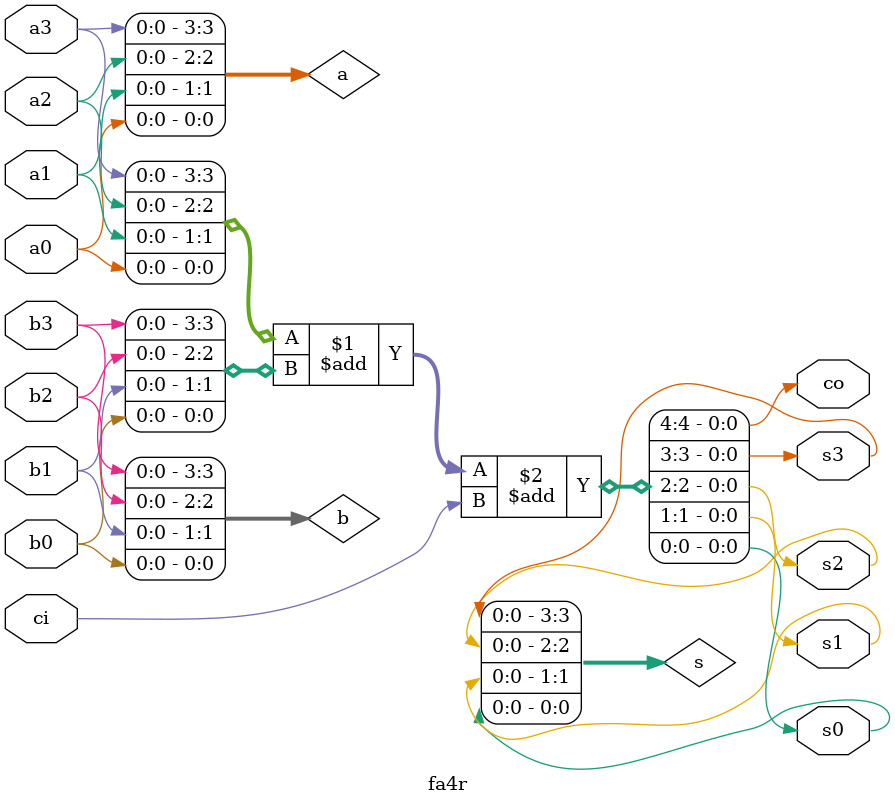
<source format=v>
`include "defs.v"

module fa4r
(
	output	s0,
	output	s1,
	output	s2,
	output	s3,
	output	co,
	input		ci,	
	input		a0,
	input		b0,
	input		a1,
	input		b1,
	input		a2,
	input		b2,
	input		a3,
	input		b3
);

wire [3:0] a;
wire [3:0] b;
wire [3:0] s;

assign a = {a3, a2, a1, a0};
assign b = {b3, b2, b1, b0};

assign s0 = s[0];
assign s1 = s[1];
assign s2 = s[2];
assign s3 = s[3];

assign {co, s} = a + b + ci;

endmodule

</source>
